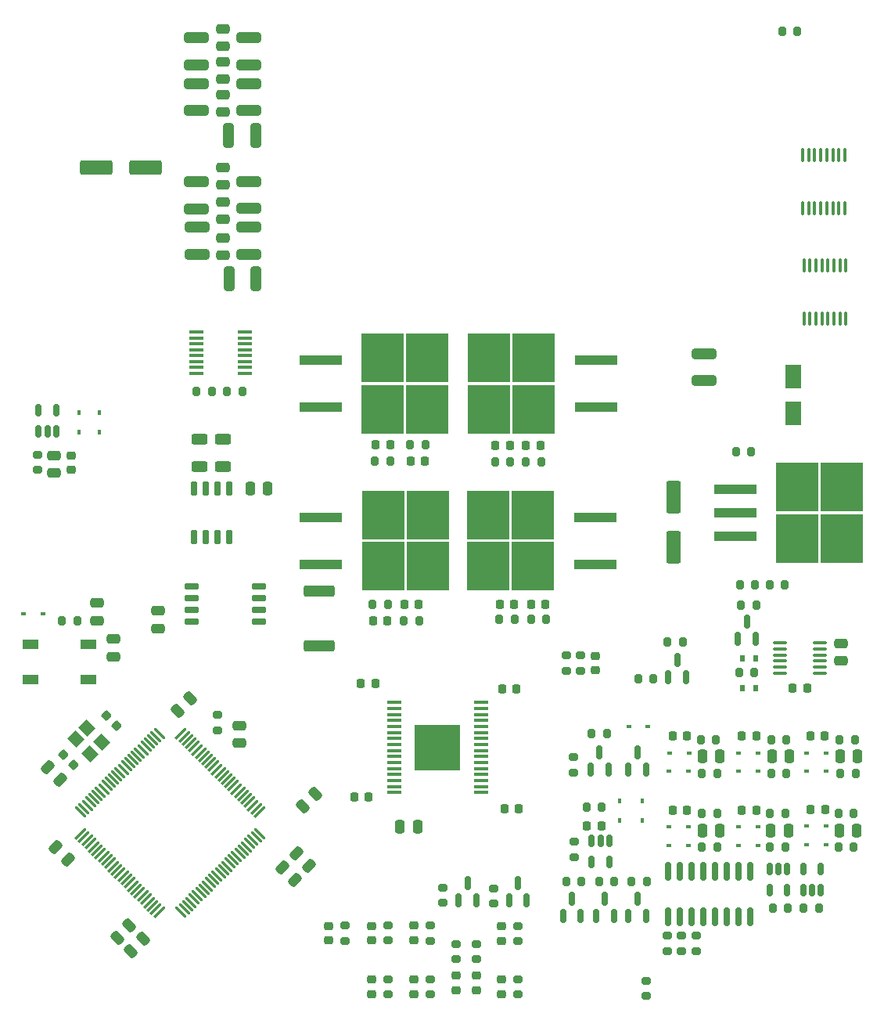
<source format=gbr>
%TF.GenerationSoftware,KiCad,Pcbnew,(6.0.7)*%
%TF.CreationDate,2022-10-25T21:17:20-03:00*%
%TF.ProjectId,uEFI_rev3,75454649-5f72-4657-9633-2e6b69636164,v3.0*%
%TF.SameCoordinates,Original*%
%TF.FileFunction,Paste,Top*%
%TF.FilePolarity,Positive*%
%FSLAX46Y46*%
G04 Gerber Fmt 4.6, Leading zero omitted, Abs format (unit mm)*
G04 Created by KiCad (PCBNEW (6.0.7)) date 2022-10-25 21:17:20*
%MOMM*%
%LPD*%
G01*
G04 APERTURE LIST*
G04 Aperture macros list*
%AMRoundRect*
0 Rectangle with rounded corners*
0 $1 Rounding radius*
0 $2 $3 $4 $5 $6 $7 $8 $9 X,Y pos of 4 corners*
0 Add a 4 corners polygon primitive as box body*
4,1,4,$2,$3,$4,$5,$6,$7,$8,$9,$2,$3,0*
0 Add four circle primitives for the rounded corners*
1,1,$1+$1,$2,$3*
1,1,$1+$1,$4,$5*
1,1,$1+$1,$6,$7*
1,1,$1+$1,$8,$9*
0 Add four rect primitives between the rounded corners*
20,1,$1+$1,$2,$3,$4,$5,0*
20,1,$1+$1,$4,$5,$6,$7,0*
20,1,$1+$1,$6,$7,$8,$9,0*
20,1,$1+$1,$8,$9,$2,$3,0*%
%AMRotRect*
0 Rectangle, with rotation*
0 The origin of the aperture is its center*
0 $1 length*
0 $2 width*
0 $3 Rotation angle, in degrees counterclockwise*
0 Add horizontal line*
21,1,$1,$2,0,0,$3*%
G04 Aperture macros list end*
%ADD10RoundRect,0.200000X-0.200000X-0.275000X0.200000X-0.275000X0.200000X0.275000X-0.200000X0.275000X0*%
%ADD11R,0.600000X0.450000*%
%ADD12R,0.600000X0.700000*%
%ADD13RoundRect,0.225000X-0.225000X-0.250000X0.225000X-0.250000X0.225000X0.250000X-0.225000X0.250000X0*%
%ADD14RoundRect,0.200000X-0.275000X0.200000X-0.275000X-0.200000X0.275000X-0.200000X0.275000X0.200000X0*%
%ADD15RoundRect,0.200000X0.275000X-0.200000X0.275000X0.200000X-0.275000X0.200000X-0.275000X-0.200000X0*%
%ADD16RoundRect,0.250000X0.475000X-0.250000X0.475000X0.250000X-0.475000X0.250000X-0.475000X-0.250000X0*%
%ADD17RoundRect,0.250000X0.512652X0.159099X0.159099X0.512652X-0.512652X-0.159099X-0.159099X-0.512652X0*%
%ADD18RoundRect,0.200000X0.200000X0.275000X-0.200000X0.275000X-0.200000X-0.275000X0.200000X-0.275000X0*%
%ADD19RoundRect,0.150000X0.150000X-0.587500X0.150000X0.587500X-0.150000X0.587500X-0.150000X-0.587500X0*%
%ADD20RoundRect,0.225000X0.225000X0.250000X-0.225000X0.250000X-0.225000X-0.250000X0.225000X-0.250000X0*%
%ADD21RoundRect,0.218750X-0.256250X0.218750X-0.256250X-0.218750X0.256250X-0.218750X0.256250X0.218750X0*%
%ADD22RoundRect,0.250000X0.550000X-1.500000X0.550000X1.500000X-0.550000X1.500000X-0.550000X-1.500000X0*%
%ADD23RoundRect,0.150000X-0.150000X0.512500X-0.150000X-0.512500X0.150000X-0.512500X0.150000X0.512500X0*%
%ADD24RoundRect,0.150000X0.150000X-0.512500X0.150000X0.512500X-0.150000X0.512500X-0.150000X-0.512500X0*%
%ADD25RoundRect,0.225000X-0.335876X-0.017678X-0.017678X-0.335876X0.335876X0.017678X0.017678X0.335876X0*%
%ADD26R,0.450000X0.600000*%
%ADD27RoundRect,0.100000X0.100000X-0.637500X0.100000X0.637500X-0.100000X0.637500X-0.100000X-0.637500X0*%
%ADD28RoundRect,0.225000X-0.250000X0.225000X-0.250000X-0.225000X0.250000X-0.225000X0.250000X0.225000X0*%
%ADD29RoundRect,0.100000X-0.625000X-0.100000X0.625000X-0.100000X0.625000X0.100000X-0.625000X0.100000X0*%
%ADD30RoundRect,0.250000X-1.075000X0.312500X-1.075000X-0.312500X1.075000X-0.312500X1.075000X0.312500X0*%
%ADD31RoundRect,0.075000X-0.565685X0.459619X0.459619X-0.565685X0.565685X-0.459619X-0.459619X0.565685X0*%
%ADD32RoundRect,0.075000X-0.565685X-0.459619X-0.459619X-0.565685X0.565685X0.459619X0.459619X0.565685X0*%
%ADD33RoundRect,0.250000X-0.250000X-0.475000X0.250000X-0.475000X0.250000X0.475000X-0.250000X0.475000X0*%
%ADD34R,1.800000X2.500000*%
%ADD35RoundRect,0.250000X-0.512652X-0.159099X-0.159099X-0.512652X0.512652X0.159099X0.159099X0.512652X0*%
%ADD36RoundRect,0.250000X0.159099X-0.512652X0.512652X-0.159099X-0.159099X0.512652X-0.512652X0.159099X0*%
%ADD37RoundRect,0.250000X-0.625000X0.312500X-0.625000X-0.312500X0.625000X-0.312500X0.625000X0.312500X0*%
%ADD38R,4.550000X5.250000*%
%ADD39R,4.600000X1.100000*%
%ADD40RoundRect,0.250000X-0.159099X0.512652X-0.512652X0.159099X0.159099X-0.512652X0.512652X-0.159099X0*%
%ADD41RoundRect,0.250000X-1.500000X-0.550000X1.500000X-0.550000X1.500000X0.550000X-1.500000X0.550000X0*%
%ADD42RoundRect,0.150000X-0.650000X-0.150000X0.650000X-0.150000X0.650000X0.150000X-0.650000X0.150000X0*%
%ADD43RoundRect,0.250000X-1.425000X0.362500X-1.425000X-0.362500X1.425000X-0.362500X1.425000X0.362500X0*%
%ADD44R,1.600200X0.431800*%
%ADD45R,4.953000X4.953000*%
%ADD46RoundRect,0.150000X-0.150000X0.825000X-0.150000X-0.825000X0.150000X-0.825000X0.150000X0.825000X0*%
%ADD47RoundRect,0.250000X0.312500X1.075000X-0.312500X1.075000X-0.312500X-1.075000X0.312500X-1.075000X0*%
%ADD48RoundRect,0.250000X-0.475000X0.250000X-0.475000X-0.250000X0.475000X-0.250000X0.475000X0.250000X0*%
%ADD49RoundRect,0.225000X0.250000X-0.225000X0.250000X0.225000X-0.250000X0.225000X-0.250000X-0.225000X0*%
%ADD50R,1.640000X0.410000*%
%ADD51RoundRect,0.225000X0.335876X0.017678X0.017678X0.335876X-0.335876X-0.017678X-0.017678X-0.335876X0*%
%ADD52R,1.700000X1.000000*%
%ADD53RoundRect,0.250000X0.250000X0.475000X-0.250000X0.475000X-0.250000X-0.475000X0.250000X-0.475000X0*%
%ADD54RoundRect,0.250000X1.075000X-0.312500X1.075000X0.312500X-1.075000X0.312500X-1.075000X-0.312500X0*%
%ADD55RoundRect,0.150000X0.150000X-0.650000X0.150000X0.650000X-0.150000X0.650000X-0.150000X-0.650000X0*%
%ADD56RotRect,1.400000X1.200000X135.000000*%
G04 APERTURE END LIST*
D10*
%TO.C,R122*%
X82995000Y-84455000D03*
X84645000Y-84455000D03*
%TD*%
D11*
%TO.C,D29*%
X138350000Y-133500000D03*
X140450000Y-133500000D03*
%TD*%
D12*
%TO.C,D2*%
X138800000Y-113298000D03*
X140200000Y-113298000D03*
%TD*%
D13*
%TO.C,C21*%
X115909000Y-107442000D03*
X117459000Y-107442000D03*
%TD*%
D14*
%TO.C,R34*%
X120500000Y-123975000D03*
X120500000Y-125625000D03*
%TD*%
D15*
%TO.C,R4*%
X100400000Y-149625000D03*
X100400000Y-147975000D03*
%TD*%
D16*
%TO.C,C14*%
X84300000Y-122450000D03*
X84300000Y-120550000D03*
%TD*%
D17*
%TO.C,C11*%
X64921751Y-126421751D03*
X63578249Y-125078249D03*
%TD*%
D16*
%TO.C,C9*%
X70699000Y-113101600D03*
X70699000Y-111201600D03*
%TD*%
D18*
%TO.C,R57*%
X143700000Y-140300000D03*
X142050000Y-140300000D03*
%TD*%
D10*
%TO.C,R40*%
X149375000Y-125700000D03*
X151025000Y-125700000D03*
%TD*%
%TO.C,R45*%
X149175000Y-133700000D03*
X150825000Y-133700000D03*
%TD*%
D15*
%TO.C,R27*%
X105000000Y-143850000D03*
X105000000Y-142200000D03*
%TD*%
D19*
%TO.C,Q5*%
X138300000Y-111187500D03*
X140200000Y-111187500D03*
X139250000Y-109312500D03*
%TD*%
D10*
%TO.C,R11*%
X111982000Y-92070000D03*
X113632000Y-92070000D03*
%TD*%
D15*
%TO.C,R24*%
X107800000Y-145825000D03*
X107800000Y-144175000D03*
%TD*%
D10*
%TO.C,R12*%
X112459000Y-109042000D03*
X114109000Y-109042000D03*
%TD*%
D11*
%TO.C,D22*%
X130850000Y-131500000D03*
X132950000Y-131500000D03*
%TD*%
D20*
%TO.C,C27*%
X114567000Y-129590800D03*
X113017000Y-129590800D03*
%TD*%
%TO.C,C23*%
X113607000Y-90270000D03*
X112057000Y-90270000D03*
%TD*%
D13*
%TO.C,C33*%
X144225000Y-116500000D03*
X145775000Y-116500000D03*
%TD*%
D21*
%TO.C,D7*%
X107800000Y-147612500D03*
X107800000Y-149187500D03*
%TD*%
D19*
%TO.C,Q15*%
X122950000Y-141137500D03*
X124850000Y-141137500D03*
X123900000Y-139262500D03*
%TD*%
D22*
%TO.C,C31*%
X131318000Y-101252000D03*
X131318000Y-95852000D03*
%TD*%
D23*
%TO.C,U9*%
X143600000Y-136075000D03*
X142650000Y-136075000D03*
X141700000Y-136075000D03*
X141700000Y-138350000D03*
X143600000Y-138350000D03*
%TD*%
D24*
%TO.C,U31*%
X62600000Y-88737500D03*
X63550000Y-88737500D03*
X64500000Y-88737500D03*
X64500000Y-86462500D03*
X62600000Y-86462500D03*
%TD*%
D21*
%TO.C,D1*%
X103200000Y-148012500D03*
X103200000Y-149587500D03*
%TD*%
D17*
%TO.C,C13*%
X65771751Y-135071751D03*
X64428249Y-133728249D03*
%TD*%
D20*
%TO.C,C25*%
X100632000Y-90170000D03*
X99082000Y-90170000D03*
%TD*%
D11*
%TO.C,D27*%
X145750000Y-131450000D03*
X147850000Y-131450000D03*
%TD*%
D15*
%TO.C,R25*%
X95800000Y-143825000D03*
X95800000Y-142175000D03*
%TD*%
D10*
%TO.C,R44*%
X141775000Y-133700000D03*
X143425000Y-133700000D03*
%TD*%
D25*
%TO.C,C3*%
X65274743Y-123694743D03*
X66370759Y-124790759D03*
%TD*%
D10*
%TO.C,R14*%
X102118000Y-109220000D03*
X103768000Y-109220000D03*
%TD*%
D11*
%TO.C,D26*%
X138350000Y-131500000D03*
X140450000Y-131500000D03*
%TD*%
D16*
%TO.C,C1*%
X64300000Y-93250000D03*
X64300000Y-91350000D03*
%TD*%
%TO.C,C54*%
X82542400Y-69704000D03*
X82542400Y-67804000D03*
%TD*%
D26*
%TO.C,D17*%
X66950000Y-86700000D03*
X66950000Y-88800000D03*
%TD*%
D18*
%TO.C,R15*%
X116982000Y-92070000D03*
X115332000Y-92070000D03*
%TD*%
D19*
%TO.C,Q16*%
X126450000Y-141137500D03*
X128350000Y-141137500D03*
X127400000Y-139262500D03*
%TD*%
D27*
%TO.C,U20*%
X145426000Y-76522500D03*
X146076000Y-76522500D03*
X146726000Y-76522500D03*
X147376000Y-76522500D03*
X148026000Y-76522500D03*
X148676000Y-76522500D03*
X149326000Y-76522500D03*
X149976000Y-76522500D03*
X149976000Y-70797500D03*
X149326000Y-70797500D03*
X148676000Y-70797500D03*
X148026000Y-70797500D03*
X147376000Y-70797500D03*
X146726000Y-70797500D03*
X146076000Y-70797500D03*
X145426000Y-70797500D03*
%TD*%
D21*
%TO.C,D6*%
X110000000Y-147612500D03*
X110000000Y-149187500D03*
%TD*%
D11*
%TO.C,D14*%
X61000000Y-108500000D03*
X63100000Y-108500000D03*
%TD*%
D28*
%TO.C,C49*%
X66100000Y-91325000D03*
X66100000Y-92875000D03*
%TD*%
D27*
%TO.C,U22*%
X145299000Y-64584500D03*
X145949000Y-64584500D03*
X146599000Y-64584500D03*
X147249000Y-64584500D03*
X147899000Y-64584500D03*
X148549000Y-64584500D03*
X149199000Y-64584500D03*
X149849000Y-64584500D03*
X149849000Y-58859500D03*
X149199000Y-58859500D03*
X148549000Y-58859500D03*
X147899000Y-58859500D03*
X147249000Y-58859500D03*
X146599000Y-58859500D03*
X145949000Y-58859500D03*
X145299000Y-58859500D03*
%TD*%
D11*
%TO.C,D18*%
X138350000Y-125500000D03*
X140450000Y-125500000D03*
%TD*%
D21*
%TO.C,D10*%
X103200000Y-142200000D03*
X103200000Y-143775000D03*
%TD*%
D15*
%TO.C,R50*%
X130600000Y-144925000D03*
X130600000Y-143275000D03*
%TD*%
D26*
%TO.C,D20*%
X69200000Y-88850000D03*
X69200000Y-86750000D03*
%TD*%
D14*
%TO.C,R56*%
X62500000Y-91275000D03*
X62500000Y-92925000D03*
%TD*%
D18*
%TO.C,R52*%
X121350000Y-137400000D03*
X119700000Y-137400000D03*
%TD*%
D14*
%TO.C,R7*%
X121285000Y-112967000D03*
X121285000Y-114617000D03*
%TD*%
D29*
%TO.C,U6*%
X142850000Y-111625000D03*
X142850000Y-112275000D03*
X142850000Y-112925000D03*
X142850000Y-113575000D03*
X142850000Y-114225000D03*
X142850000Y-114875000D03*
X147150000Y-114875000D03*
X147150000Y-114225000D03*
X147150000Y-113575000D03*
X147150000Y-112925000D03*
X147150000Y-112275000D03*
X147150000Y-111625000D03*
%TD*%
D30*
%TO.C,R116*%
X85328000Y-46172700D03*
X85328000Y-49097700D03*
%TD*%
D19*
%TO.C,Q8*%
X113529334Y-139467763D03*
X115429334Y-139467763D03*
X114479334Y-137592763D03*
%TD*%
D10*
%TO.C,R58*%
X127475000Y-115500000D03*
X129125000Y-115500000D03*
%TD*%
D14*
%TO.C,R31*%
X111812334Y-138164763D03*
X111812334Y-139814763D03*
%TD*%
D31*
%TO.C,U3*%
X75650596Y-121394315D03*
X75297043Y-121747868D03*
X74943489Y-122101422D03*
X74589936Y-122454975D03*
X74236383Y-122808528D03*
X73882829Y-123162082D03*
X73529276Y-123515635D03*
X73175722Y-123869189D03*
X72822169Y-124222742D03*
X72468616Y-124576295D03*
X72115062Y-124929849D03*
X71761509Y-125283402D03*
X71407955Y-125636955D03*
X71054402Y-125990509D03*
X70700849Y-126344062D03*
X70347295Y-126697616D03*
X69993742Y-127051169D03*
X69640189Y-127404722D03*
X69286635Y-127758276D03*
X68933082Y-128111829D03*
X68579528Y-128465383D03*
X68225975Y-128818936D03*
X67872422Y-129172489D03*
X67518868Y-129526043D03*
X67165315Y-129879596D03*
D32*
X67165315Y-132248404D03*
X67518868Y-132601957D03*
X67872422Y-132955511D03*
X68225975Y-133309064D03*
X68579528Y-133662617D03*
X68933082Y-134016171D03*
X69286635Y-134369724D03*
X69640189Y-134723278D03*
X69993742Y-135076831D03*
X70347295Y-135430384D03*
X70700849Y-135783938D03*
X71054402Y-136137491D03*
X71407955Y-136491045D03*
X71761509Y-136844598D03*
X72115062Y-137198151D03*
X72468616Y-137551705D03*
X72822169Y-137905258D03*
X73175722Y-138258811D03*
X73529276Y-138612365D03*
X73882829Y-138965918D03*
X74236383Y-139319472D03*
X74589936Y-139673025D03*
X74943489Y-140026578D03*
X75297043Y-140380132D03*
X75650596Y-140733685D03*
D31*
X78019404Y-140733685D03*
X78372957Y-140380132D03*
X78726511Y-140026578D03*
X79080064Y-139673025D03*
X79433617Y-139319472D03*
X79787171Y-138965918D03*
X80140724Y-138612365D03*
X80494278Y-138258811D03*
X80847831Y-137905258D03*
X81201384Y-137551705D03*
X81554938Y-137198151D03*
X81908491Y-136844598D03*
X82262045Y-136491045D03*
X82615598Y-136137491D03*
X82969151Y-135783938D03*
X83322705Y-135430384D03*
X83676258Y-135076831D03*
X84029811Y-134723278D03*
X84383365Y-134369724D03*
X84736918Y-134016171D03*
X85090472Y-133662617D03*
X85444025Y-133309064D03*
X85797578Y-132955511D03*
X86151132Y-132601957D03*
X86504685Y-132248404D03*
D32*
X86504685Y-129879596D03*
X86151132Y-129526043D03*
X85797578Y-129172489D03*
X85444025Y-128818936D03*
X85090472Y-128465383D03*
X84736918Y-128111829D03*
X84383365Y-127758276D03*
X84029811Y-127404722D03*
X83676258Y-127051169D03*
X83322705Y-126697616D03*
X82969151Y-126344062D03*
X82615598Y-125990509D03*
X82262045Y-125636955D03*
X81908491Y-125283402D03*
X81554938Y-124929849D03*
X81201384Y-124576295D03*
X80847831Y-124222742D03*
X80494278Y-123869189D03*
X80140724Y-123515635D03*
X79787171Y-123162082D03*
X79433617Y-122808528D03*
X79080064Y-122454975D03*
X78726511Y-122101422D03*
X78372957Y-121747868D03*
X78019404Y-121394315D03*
%TD*%
D26*
%TO.C,D28*%
X127925000Y-128697000D03*
X127925000Y-130797000D03*
%TD*%
D15*
%TO.C,R26*%
X100400000Y-143800000D03*
X100400000Y-142150000D03*
%TD*%
D20*
%TO.C,C46*%
X140275000Y-129700000D03*
X138725000Y-129700000D03*
%TD*%
D21*
%TO.C,D12*%
X112700000Y-142262500D03*
X112700000Y-143837500D03*
%TD*%
D33*
%TO.C,C43*%
X149250000Y-131900000D03*
X151150000Y-131900000D03*
%TD*%
D34*
%TO.C,D4*%
X144272000Y-82836000D03*
X144272000Y-86836000D03*
%TD*%
D35*
%TO.C,C16*%
X90506498Y-134406498D03*
X91850000Y-135750000D03*
%TD*%
D20*
%TO.C,C26*%
X100343000Y-109220000D03*
X98793000Y-109220000D03*
%TD*%
D10*
%TO.C,R47*%
X141775000Y-130100000D03*
X143425000Y-130100000D03*
%TD*%
D11*
%TO.C,D16*%
X130880000Y-123530000D03*
X132980000Y-123530000D03*
%TD*%
D24*
%TO.C,U12*%
X145350000Y-138337500D03*
X146300000Y-138337500D03*
X147250000Y-138337500D03*
X147250000Y-136062500D03*
X145350000Y-136062500D03*
%TD*%
D21*
%TO.C,D8*%
X94000000Y-142212500D03*
X94000000Y-143787500D03*
%TD*%
D36*
%TO.C,C15*%
X77650000Y-118950000D03*
X78993502Y-117606498D03*
%TD*%
D10*
%TO.C,R39*%
X141875000Y-122100000D03*
X143525000Y-122100000D03*
%TD*%
D37*
%TO.C,R1*%
X80012000Y-89603900D03*
X80012000Y-92528900D03*
%TD*%
D18*
%TO.C,R54*%
X128425000Y-137400000D03*
X126775000Y-137400000D03*
%TD*%
D11*
%TO.C,D11*%
X126458000Y-120650000D03*
X128558000Y-120650000D03*
%TD*%
D20*
%TO.C,C38*%
X147675000Y-121700000D03*
X146125000Y-121700000D03*
%TD*%
D30*
%TO.C,R112*%
X79692400Y-61733200D03*
X79692400Y-64658200D03*
%TD*%
D16*
%TO.C,C57*%
X82513000Y-54210000D03*
X82513000Y-52310000D03*
%TD*%
D19*
%TO.C,Q11*%
X122350000Y-125337500D03*
X124250000Y-125337500D03*
X123300000Y-123462500D03*
%TD*%
D38*
%TO.C,Q1*%
X104736000Y-97778000D03*
X99886000Y-97778000D03*
X104736000Y-103328000D03*
X99886000Y-103328000D03*
D39*
X93161000Y-98013000D03*
X93161000Y-103093000D03*
%TD*%
D14*
%TO.C,R46*%
X128397000Y-148146000D03*
X128397000Y-149796000D03*
%TD*%
D40*
%TO.C,C7*%
X72426751Y-142203249D03*
X71083249Y-143546751D03*
%TD*%
D14*
%TO.C,R6*%
X119685000Y-112967000D03*
X119685000Y-114617000D03*
%TD*%
D30*
%TO.C,R119*%
X79713000Y-51143000D03*
X79713000Y-54068000D03*
%TD*%
D11*
%TO.C,D30*%
X145750000Y-133450000D03*
X147850000Y-133450000D03*
%TD*%
%TO.C,D19*%
X130850000Y-125500000D03*
X132950000Y-125500000D03*
%TD*%
D35*
%TO.C,C8*%
X88978249Y-135878249D03*
X90321751Y-137221751D03*
%TD*%
D20*
%TO.C,C48*%
X147725000Y-129650000D03*
X146175000Y-129650000D03*
%TD*%
D41*
%TO.C,C42*%
X68800000Y-60200000D03*
X74200000Y-60200000D03*
%TD*%
D13*
%TO.C,C18*%
X102832000Y-91970000D03*
X104382000Y-91970000D03*
%TD*%
D20*
%TO.C,C35*%
X140275000Y-121700000D03*
X138725000Y-121700000D03*
%TD*%
D42*
%TO.C,U7*%
X79204000Y-105537000D03*
X79204000Y-106807000D03*
X79204000Y-108077000D03*
X79204000Y-109347000D03*
X86404000Y-109347000D03*
X86404000Y-108077000D03*
X86404000Y-106807000D03*
X86404000Y-105537000D03*
%TD*%
D10*
%TO.C,R22*%
X138511000Y-105360000D03*
X140161000Y-105360000D03*
%TD*%
D33*
%TO.C,C5*%
X85500000Y-94950000D03*
X87400000Y-94950000D03*
%TD*%
D43*
%TO.C,R8*%
X92964000Y-106003500D03*
X92964000Y-111928500D03*
%TD*%
D10*
%TO.C,R33*%
X143066000Y-45466000D03*
X144716000Y-45466000D03*
%TD*%
%TO.C,R10*%
X98743000Y-107420000D03*
X100393000Y-107420000D03*
%TD*%
%TO.C,R59*%
X130675000Y-111500000D03*
X132325000Y-111500000D03*
%TD*%
D44*
%TO.C,U1*%
X101092000Y-118059200D03*
X101092000Y-118719600D03*
X101092000Y-119354600D03*
X101092000Y-120015000D03*
X101092000Y-120650000D03*
X101092000Y-121310400D03*
X101092000Y-121970800D03*
X101092000Y-122605800D03*
X101092000Y-123266200D03*
X101092000Y-123901200D03*
X101092000Y-124561600D03*
X101092000Y-125222000D03*
X101092000Y-125857000D03*
X101092000Y-126517400D03*
X101092000Y-127152400D03*
X101092000Y-127812800D03*
X110490000Y-127812800D03*
X110490000Y-127152400D03*
X110490000Y-126517400D03*
X110490000Y-125857000D03*
X110490000Y-125222000D03*
X110490000Y-124561600D03*
X110490000Y-123901200D03*
X110490000Y-123266200D03*
X110490000Y-122605800D03*
X110490000Y-121970800D03*
X110490000Y-121310400D03*
X110490000Y-120650000D03*
X110490000Y-120015000D03*
X110490000Y-119354600D03*
X110490000Y-118719600D03*
X110490000Y-118059200D03*
D45*
X105791000Y-122936000D03*
%TD*%
D20*
%TO.C,C4*%
X132775000Y-121700000D03*
X131225000Y-121700000D03*
%TD*%
D10*
%TO.C,R43*%
X134375000Y-130100000D03*
X136025000Y-130100000D03*
%TD*%
D21*
%TO.C,D5*%
X98600000Y-148012500D03*
X98600000Y-149587500D03*
%TD*%
D30*
%TO.C,R117*%
X79663000Y-46193000D03*
X79663000Y-49118000D03*
%TD*%
%TO.C,R118*%
X85328000Y-51111000D03*
X85328000Y-54036000D03*
%TD*%
D46*
%TO.C,U2*%
X139645000Y-136325000D03*
X138375000Y-136325000D03*
X137105000Y-136325000D03*
X135835000Y-136325000D03*
X134565000Y-136325000D03*
X133295000Y-136325000D03*
X132025000Y-136325000D03*
X130755000Y-136325000D03*
X130755000Y-141275000D03*
X132025000Y-141275000D03*
X133295000Y-141275000D03*
X134565000Y-141275000D03*
X135835000Y-141275000D03*
X137105000Y-141275000D03*
X138375000Y-141275000D03*
X139645000Y-141275000D03*
%TD*%
D38*
%TO.C,Q4*%
X111252000Y-103340000D03*
X111252000Y-97790000D03*
X116102000Y-103340000D03*
X116102000Y-97790000D03*
D39*
X122827000Y-103105000D03*
X122827000Y-98025000D03*
%TD*%
D47*
%TO.C,R120*%
X86090000Y-56728400D03*
X83165000Y-56728400D03*
%TD*%
D19*
%TO.C,Q13*%
X130750000Y-115337500D03*
X132650000Y-115337500D03*
X131700000Y-113462500D03*
%TD*%
D11*
%TO.C,D24*%
X130850000Y-133500000D03*
X132950000Y-133500000D03*
%TD*%
D18*
%TO.C,R41*%
X136025000Y-133700000D03*
X134375000Y-133700000D03*
%TD*%
D19*
%TO.C,Q14*%
X119350000Y-141137500D03*
X121250000Y-141137500D03*
X120300000Y-139262500D03*
%TD*%
D10*
%TO.C,R36*%
X134375000Y-125700000D03*
X136025000Y-125700000D03*
%TD*%
D33*
%TO.C,C39*%
X134450000Y-131900000D03*
X136350000Y-131900000D03*
%TD*%
D11*
%TO.C,D21*%
X145750000Y-123500000D03*
X147850000Y-123500000D03*
%TD*%
D47*
%TO.C,R115*%
X86119400Y-72268600D03*
X83194400Y-72268600D03*
%TD*%
D10*
%TO.C,R48*%
X149175000Y-130100000D03*
X150825000Y-130100000D03*
%TD*%
D19*
%TO.C,Q12*%
X126450000Y-125337500D03*
X128350000Y-125337500D03*
X127400000Y-123462500D03*
%TD*%
D10*
%TO.C,R60*%
X65125000Y-109250000D03*
X66775000Y-109250000D03*
%TD*%
D18*
%TO.C,R53*%
X124900000Y-137400000D03*
X123250000Y-137400000D03*
%TD*%
D10*
%TO.C,R35*%
X122468500Y-121400000D03*
X124118500Y-121400000D03*
%TD*%
D18*
%TO.C,R121*%
X81343000Y-84455000D03*
X79693000Y-84455000D03*
%TD*%
D14*
%TO.C,R3*%
X105000000Y-147975000D03*
X105000000Y-149625000D03*
%TD*%
D21*
%TO.C,D13*%
X112700000Y-148012500D03*
X112700000Y-149587500D03*
%TD*%
D10*
%TO.C,R38*%
X134275000Y-122100000D03*
X135925000Y-122100000D03*
%TD*%
D38*
%TO.C,U4*%
X144714000Y-94761000D03*
X144714000Y-100311000D03*
X149564000Y-100311000D03*
X149564000Y-94761000D03*
D39*
X137989000Y-94996000D03*
X137989000Y-97536000D03*
X137989000Y-100076000D03*
%TD*%
D21*
%TO.C,D9*%
X98600000Y-142225000D03*
X98600000Y-143800000D03*
%TD*%
D36*
%TO.C,C12*%
X91228249Y-129322751D03*
X92571751Y-127979249D03*
%TD*%
D23*
%TO.C,U27*%
X124369000Y-133054500D03*
X123419000Y-133054500D03*
X122469000Y-133054500D03*
X122469000Y-135329500D03*
X124369000Y-135329500D03*
%TD*%
D20*
%TO.C,C24*%
X114059000Y-107442000D03*
X112509000Y-107442000D03*
%TD*%
D48*
%TO.C,C55*%
X82513000Y-48754000D03*
X82513000Y-50654000D03*
%TD*%
D18*
%TO.C,R19*%
X140253000Y-107500000D03*
X138603000Y-107500000D03*
%TD*%
D10*
%TO.C,R42*%
X149275000Y-122100000D03*
X150925000Y-122100000D03*
%TD*%
D20*
%TO.C,C44*%
X132775000Y-129700000D03*
X131225000Y-129700000D03*
%TD*%
D18*
%TO.C,R82*%
X123543000Y-129366000D03*
X121893000Y-129366000D03*
%TD*%
D48*
%TO.C,C52*%
X82542400Y-63928000D03*
X82542400Y-65828000D03*
%TD*%
D11*
%TO.C,D15*%
X138350000Y-123500000D03*
X140450000Y-123500000D03*
%TD*%
D40*
%TO.C,C6*%
X73914000Y-143637000D03*
X72570498Y-144980502D03*
%TD*%
D15*
%TO.C,R2*%
X82000000Y-121050000D03*
X82000000Y-119400000D03*
%TD*%
D13*
%TO.C,C20*%
X115357000Y-90270000D03*
X116907000Y-90270000D03*
%TD*%
%TO.C,C29*%
X96786400Y-128270000D03*
X98336400Y-128270000D03*
%TD*%
D30*
%TO.C,R114*%
X79742400Y-66683200D03*
X79742400Y-69608200D03*
%TD*%
D38*
%TO.C,Q2*%
X99836000Y-80815600D03*
X104686000Y-80815600D03*
X99836000Y-86365600D03*
X104686000Y-86365600D03*
D39*
X93111000Y-81050600D03*
X93111000Y-86130600D03*
%TD*%
D12*
%TO.C,D3*%
X140200000Y-116500000D03*
X138800000Y-116500000D03*
%TD*%
D18*
%TO.C,R61*%
X147025000Y-140300000D03*
X145375000Y-140300000D03*
%TD*%
D11*
%TO.C,D23*%
X145750000Y-125500000D03*
X147850000Y-125500000D03*
%TD*%
D18*
%TO.C,R16*%
X117534000Y-109042000D03*
X115884000Y-109042000D03*
%TD*%
%TO.C,R23*%
X143361000Y-105360000D03*
X141711000Y-105360000D03*
%TD*%
D38*
%TO.C,Q3*%
X116182000Y-80796600D03*
X116182000Y-86346600D03*
X111332000Y-80796600D03*
X111332000Y-86346600D03*
D39*
X122907000Y-86111600D03*
X122907000Y-81031600D03*
%TD*%
D10*
%TO.C,R9*%
X98982000Y-91970000D03*
X100632000Y-91970000D03*
%TD*%
D15*
%TO.C,R83*%
X120559000Y-134763000D03*
X120559000Y-133113000D03*
%TD*%
D20*
%TO.C,C28*%
X114287600Y-116636800D03*
X112737600Y-116636800D03*
%TD*%
D49*
%TO.C,C22*%
X122885000Y-114567000D03*
X122885000Y-113017000D03*
%TD*%
D18*
%TO.C,R20*%
X139700000Y-90932000D03*
X138050000Y-90932000D03*
%TD*%
D20*
%TO.C,C51*%
X123493000Y-131398000D03*
X121943000Y-131398000D03*
%TD*%
D30*
%TO.C,R81*%
X85357400Y-61712900D03*
X85357400Y-64637900D03*
%TD*%
D50*
%TO.C,U36*%
X79655000Y-77990700D03*
X79655000Y-78625700D03*
X79655000Y-79260700D03*
X79655000Y-79895700D03*
X79655000Y-80530700D03*
X79655000Y-81165700D03*
X79655000Y-81800700D03*
X79655000Y-82435700D03*
X84925000Y-82435700D03*
X84925000Y-81800700D03*
X84925000Y-81165700D03*
X84925000Y-80530700D03*
X84925000Y-79895700D03*
X84925000Y-79260700D03*
X84925000Y-78625700D03*
X84925000Y-77990700D03*
%TD*%
D19*
%TO.C,Q9*%
X108068334Y-139467763D03*
X109968334Y-139467763D03*
X109018334Y-137592763D03*
%TD*%
D33*
%TO.C,C34*%
X141950000Y-123900000D03*
X143850000Y-123900000D03*
%TD*%
D51*
%TO.C,C2*%
X71033008Y-120563008D03*
X69936992Y-119466992D03*
%TD*%
D37*
%TO.C,R28*%
X82552000Y-89603900D03*
X82552000Y-92528900D03*
%TD*%
D48*
%TO.C,C36*%
X149400000Y-111650000D03*
X149400000Y-113550000D03*
%TD*%
D52*
%TO.C,SW1*%
X61700000Y-111800000D03*
X68000000Y-111800000D03*
X68000000Y-115600000D03*
X61700000Y-115600000D03*
%TD*%
D30*
%TO.C,R113*%
X85357400Y-66651200D03*
X85357400Y-69576200D03*
%TD*%
D53*
%TO.C,C10*%
X103616800Y-131521200D03*
X101716800Y-131521200D03*
%TD*%
D48*
%TO.C,C17*%
X75565000Y-108143000D03*
X75565000Y-110043000D03*
%TD*%
D20*
%TO.C,C19*%
X103743000Y-107420000D03*
X102193000Y-107420000D03*
%TD*%
D10*
%TO.C,R37*%
X141875000Y-125700000D03*
X143525000Y-125700000D03*
%TD*%
D54*
%TO.C,R21*%
X134620000Y-83250500D03*
X134620000Y-80325500D03*
%TD*%
D15*
%TO.C,R49*%
X132200000Y-144925000D03*
X132200000Y-143275000D03*
%TD*%
D33*
%TO.C,C40*%
X141850000Y-131900000D03*
X143750000Y-131900000D03*
%TD*%
D10*
%TO.C,R17*%
X138425000Y-114822000D03*
X140075000Y-114822000D03*
%TD*%
D55*
%TO.C,U15*%
X79425800Y-100186000D03*
X80695800Y-100186000D03*
X81965800Y-100186000D03*
X83235800Y-100186000D03*
X83235800Y-94886000D03*
X81965800Y-94886000D03*
X80695800Y-94886000D03*
X79425800Y-94886000D03*
%TD*%
D15*
%TO.C,R5*%
X110000000Y-145825000D03*
X110000000Y-144175000D03*
%TD*%
%TO.C,R51*%
X133800000Y-144925000D03*
X133800000Y-143275000D03*
%TD*%
D33*
%TO.C,C32*%
X134450000Y-123900000D03*
X136350000Y-123900000D03*
%TD*%
%TO.C,C37*%
X149350000Y-123900000D03*
X151250000Y-123900000D03*
%TD*%
D14*
%TO.C,R30*%
X114450000Y-147975000D03*
X114450000Y-149625000D03*
%TD*%
D16*
%TO.C,C41*%
X68900000Y-109200000D03*
X68900000Y-107300000D03*
%TD*%
D15*
%TO.C,R29*%
X114450000Y-143875000D03*
X114450000Y-142225000D03*
%TD*%
D48*
%TO.C,C56*%
X82513000Y-45198000D03*
X82513000Y-47098000D03*
%TD*%
D26*
%TO.C,D25*%
X125512000Y-130797000D03*
X125512000Y-128697000D03*
%TD*%
D48*
%TO.C,C53*%
X82542400Y-60184000D03*
X82542400Y-62084000D03*
%TD*%
D56*
%TO.C,Y1*%
X69397000Y-122388200D03*
X67841365Y-120832565D03*
X66639284Y-122034646D03*
X68194919Y-123590281D03*
%TD*%
D18*
%TO.C,R13*%
X104457000Y-90170000D03*
X102807000Y-90170000D03*
%TD*%
D13*
%TO.C,C30*%
X97475000Y-116000000D03*
X99025000Y-116000000D03*
%TD*%
D14*
%TO.C,R32*%
X106351334Y-138086263D03*
X106351334Y-139736263D03*
%TD*%
M02*

</source>
